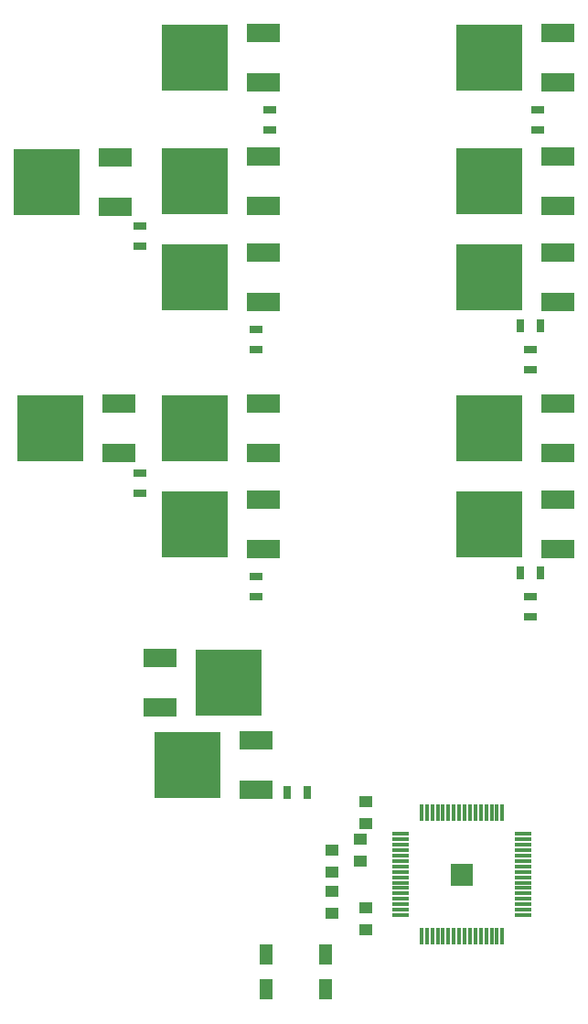
<source format=gtp>
G04 #@! TF.FileFunction,Paste,Top*
%FSLAX46Y46*%
G04 Gerber Fmt 4.6, Leading zero omitted, Abs format (unit mm)*
G04 Created by KiCad (PCBNEW 4.0.7) date 05/06/19 05:29:44*
%MOMM*%
%LPD*%
G01*
G04 APERTURE LIST*
%ADD10C,0.100000*%
%ADD11R,3.048000X1.651000*%
%ADD12R,6.096000X6.096000*%
%ADD13R,1.300000X1.900000*%
%ADD14R,1.250000X1.000000*%
%ADD15R,0.700000X1.300000*%
%ADD16R,1.300000X0.700000*%
%ADD17R,0.300000X1.500000*%
%ADD18R,1.500000X0.300000*%
%ADD19R,2.100000X2.100000*%
G04 APERTURE END LIST*
D10*
D11*
X122682000Y-119888000D03*
D12*
X129032000Y-122174000D03*
D11*
X122682000Y-124460000D03*
X132207000Y-100965000D03*
D12*
X125857000Y-98679000D03*
D11*
X132207000Y-96393000D03*
X132207000Y-78105000D03*
D12*
X125857000Y-75819000D03*
D11*
X132207000Y-73533000D03*
X131572000Y-132080000D03*
D12*
X125222000Y-129794000D03*
D11*
X131572000Y-127508000D03*
X118872000Y-100965000D03*
D12*
X112522000Y-98679000D03*
D11*
X118872000Y-96393000D03*
X132207000Y-109855000D03*
D12*
X125857000Y-107569000D03*
D11*
X132207000Y-105283000D03*
X118554000Y-78168500D03*
D12*
X112204000Y-75882500D03*
D11*
X118554000Y-73596500D03*
X132207000Y-86995000D03*
D12*
X125857000Y-84709000D03*
D11*
X132207000Y-82423000D03*
X159512000Y-100965000D03*
D12*
X153162000Y-98679000D03*
D11*
X159512000Y-96393000D03*
X159512000Y-109855000D03*
D12*
X153162000Y-107569000D03*
D11*
X159512000Y-105283000D03*
X159512000Y-86995000D03*
D12*
X153162000Y-84709000D03*
D11*
X159512000Y-82423000D03*
X159512000Y-78105000D03*
D12*
X153162000Y-75819000D03*
D11*
X159512000Y-73533000D03*
X132207000Y-66675000D03*
D12*
X125857000Y-64389000D03*
D11*
X132207000Y-62103000D03*
X159512000Y-66675000D03*
D12*
X153162000Y-64389000D03*
D11*
X159512000Y-62103000D03*
D13*
X132505000Y-150571000D03*
X138005000Y-150571000D03*
X138005000Y-147371000D03*
X132505000Y-147371000D03*
D14*
X141732000Y-143018000D03*
X141732000Y-145018000D03*
X138557000Y-141494000D03*
X138557000Y-143494000D03*
X138557000Y-137684000D03*
X138557000Y-139684000D03*
X141224000Y-136668000D03*
X141224000Y-138668000D03*
X141732000Y-135239000D03*
X141732000Y-133239000D03*
D15*
X134432000Y-132334000D03*
X136332000Y-132334000D03*
D16*
X120777000Y-102809000D03*
X120777000Y-104709000D03*
X131572000Y-112334000D03*
X131572000Y-114234000D03*
X120777000Y-79949000D03*
X120777000Y-81849000D03*
X131572000Y-89474000D03*
X131572000Y-91374000D03*
X156972000Y-114239000D03*
X156972000Y-116139000D03*
D15*
X157922000Y-112014000D03*
X156022000Y-112014000D03*
X157922000Y-89154000D03*
X156022000Y-89154000D03*
D16*
X156972000Y-91379000D03*
X156972000Y-93279000D03*
X132842000Y-69154000D03*
X132842000Y-71054000D03*
X157607000Y-69154000D03*
X157607000Y-71054000D03*
D17*
X146872000Y-145654000D03*
X147372000Y-145654000D03*
X147872000Y-145654000D03*
X148372000Y-145654000D03*
X148872000Y-145654000D03*
X149372000Y-145654000D03*
X149872000Y-145654000D03*
X150372000Y-145654000D03*
X150872000Y-145654000D03*
X151372000Y-145654000D03*
X151872000Y-145654000D03*
X152372000Y-145654000D03*
X152872000Y-145654000D03*
X153372000Y-145654000D03*
X153872000Y-145654000D03*
X154372000Y-145654000D03*
D18*
X156322000Y-143704000D03*
X156322000Y-143204000D03*
X156322000Y-142704000D03*
X156322000Y-142204000D03*
X156322000Y-141704000D03*
X156322000Y-141204000D03*
X156322000Y-140704000D03*
X156322000Y-140204000D03*
X156322000Y-139704000D03*
X156322000Y-139204000D03*
X156322000Y-138704000D03*
X156322000Y-138204000D03*
X156322000Y-137704000D03*
X156322000Y-137204000D03*
X156322000Y-136704000D03*
X156322000Y-136204000D03*
D17*
X154372000Y-134254000D03*
X153872000Y-134254000D03*
X153372000Y-134254000D03*
X152872000Y-134254000D03*
X152372000Y-134254000D03*
X151872000Y-134254000D03*
X151372000Y-134254000D03*
X150872000Y-134254000D03*
X150372000Y-134254000D03*
X149872000Y-134254000D03*
X149372000Y-134254000D03*
X148872000Y-134254000D03*
X148372000Y-134254000D03*
X147872000Y-134254000D03*
X147372000Y-134254000D03*
X146872000Y-134254000D03*
D18*
X144922000Y-136204000D03*
X144922000Y-136704000D03*
X144922000Y-137204000D03*
X144922000Y-137704000D03*
X144922000Y-138204000D03*
X144922000Y-138704000D03*
X144922000Y-139204000D03*
X144922000Y-139704000D03*
X144922000Y-140204000D03*
X144922000Y-140704000D03*
X144922000Y-141204000D03*
X144922000Y-141704000D03*
X144922000Y-142204000D03*
X144922000Y-142704000D03*
X144922000Y-143204000D03*
X144922000Y-143704000D03*
D19*
X150622000Y-139954000D03*
M02*

</source>
